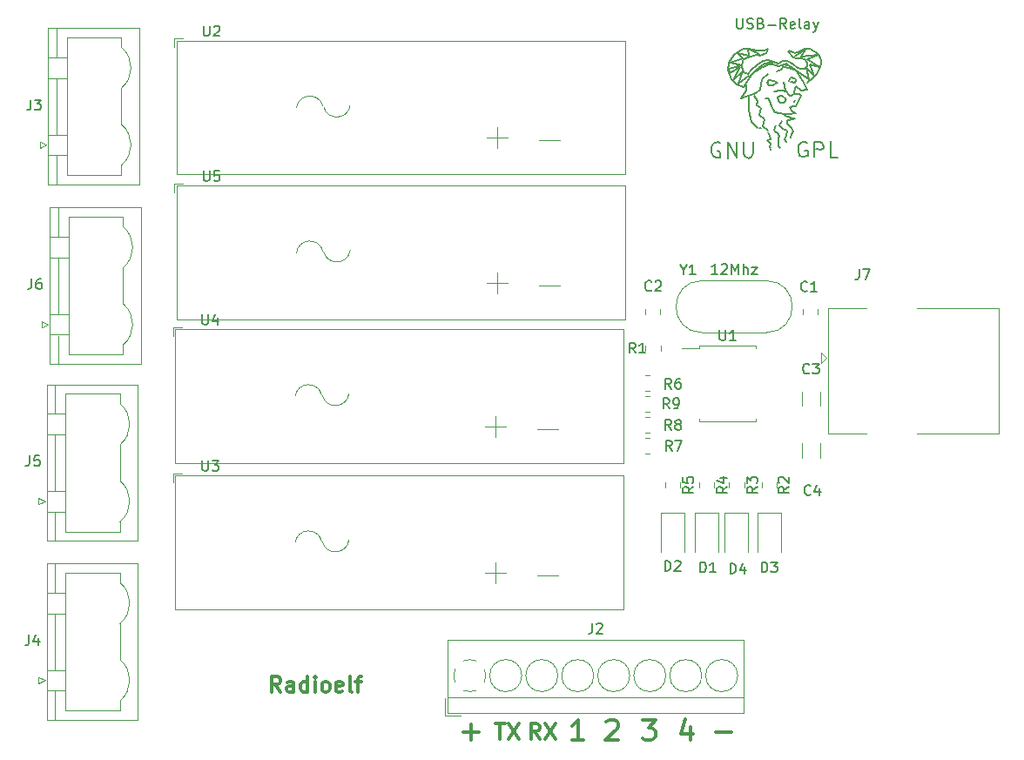
<source format=gbr>
%TF.GenerationSoftware,KiCad,Pcbnew,6.99.0-unknown-08a8a20794~162~ubuntu22.04.1*%
%TF.CreationDate,2022-12-21T10:25:03+01:00*%
%TF.ProjectId,usb_relay,7573625f-7265-46c6-9179-2e6b69636164,rev?*%
%TF.SameCoordinates,Original*%
%TF.FileFunction,Legend,Top*%
%TF.FilePolarity,Positive*%
%FSLAX46Y46*%
G04 Gerber Fmt 4.6, Leading zero omitted, Abs format (unit mm)*
G04 Created by KiCad (PCBNEW 6.99.0-unknown-08a8a20794~162~ubuntu22.04.1) date 2022-12-21 10:25:03*
%MOMM*%
%LPD*%
G01*
G04 APERTURE LIST*
%ADD10C,0.300000*%
%ADD11C,0.150000*%
%ADD12C,0.120000*%
G04 APERTURE END LIST*
D10*
X177638057Y-125427571D02*
X178495200Y-125427571D01*
X178066628Y-126927571D02*
X178066628Y-125427571D01*
X178852342Y-125427571D02*
X179852342Y-126927571D01*
X179852342Y-125427571D02*
X178852342Y-126927571D01*
X191903314Y-125072761D02*
X193141409Y-125072761D01*
X193141409Y-125072761D02*
X192474742Y-125834666D01*
X192474742Y-125834666D02*
X192760457Y-125834666D01*
X192760457Y-125834666D02*
X192950933Y-125929904D01*
X192950933Y-125929904D02*
X193046171Y-126025142D01*
X193046171Y-126025142D02*
X193141409Y-126215619D01*
X193141409Y-126215619D02*
X193141409Y-126691809D01*
X193141409Y-126691809D02*
X193046171Y-126882285D01*
X193046171Y-126882285D02*
X192950933Y-126977523D01*
X192950933Y-126977523D02*
X192760457Y-127072761D01*
X192760457Y-127072761D02*
X192189028Y-127072761D01*
X192189028Y-127072761D02*
X191998552Y-126977523D01*
X191998552Y-126977523D02*
X191903314Y-126882285D01*
X156713085Y-122355571D02*
X156213085Y-121641285D01*
X155855942Y-122355571D02*
X155855942Y-120855571D01*
X155855942Y-120855571D02*
X156427371Y-120855571D01*
X156427371Y-120855571D02*
X156570228Y-120927000D01*
X156570228Y-120927000D02*
X156641657Y-120998428D01*
X156641657Y-120998428D02*
X156713085Y-121141285D01*
X156713085Y-121141285D02*
X156713085Y-121355571D01*
X156713085Y-121355571D02*
X156641657Y-121498428D01*
X156641657Y-121498428D02*
X156570228Y-121569857D01*
X156570228Y-121569857D02*
X156427371Y-121641285D01*
X156427371Y-121641285D02*
X155855942Y-121641285D01*
X157998800Y-122355571D02*
X157998800Y-121569857D01*
X157998800Y-121569857D02*
X157927371Y-121427000D01*
X157927371Y-121427000D02*
X157784514Y-121355571D01*
X157784514Y-121355571D02*
X157498800Y-121355571D01*
X157498800Y-121355571D02*
X157355942Y-121427000D01*
X157998800Y-122284142D02*
X157855942Y-122355571D01*
X157855942Y-122355571D02*
X157498800Y-122355571D01*
X157498800Y-122355571D02*
X157355942Y-122284142D01*
X157355942Y-122284142D02*
X157284514Y-122141285D01*
X157284514Y-122141285D02*
X157284514Y-121998428D01*
X157284514Y-121998428D02*
X157355942Y-121855571D01*
X157355942Y-121855571D02*
X157498800Y-121784142D01*
X157498800Y-121784142D02*
X157855942Y-121784142D01*
X157855942Y-121784142D02*
X157998800Y-121712714D01*
X159355943Y-122355571D02*
X159355943Y-120855571D01*
X159355943Y-122284142D02*
X159213085Y-122355571D01*
X159213085Y-122355571D02*
X158927371Y-122355571D01*
X158927371Y-122355571D02*
X158784514Y-122284142D01*
X158784514Y-122284142D02*
X158713085Y-122212714D01*
X158713085Y-122212714D02*
X158641657Y-122069857D01*
X158641657Y-122069857D02*
X158641657Y-121641285D01*
X158641657Y-121641285D02*
X158713085Y-121498428D01*
X158713085Y-121498428D02*
X158784514Y-121427000D01*
X158784514Y-121427000D02*
X158927371Y-121355571D01*
X158927371Y-121355571D02*
X159213085Y-121355571D01*
X159213085Y-121355571D02*
X159355943Y-121427000D01*
X160070228Y-122355571D02*
X160070228Y-121355571D01*
X160070228Y-120855571D02*
X159998800Y-120927000D01*
X159998800Y-120927000D02*
X160070228Y-120998428D01*
X160070228Y-120998428D02*
X160141657Y-120927000D01*
X160141657Y-120927000D02*
X160070228Y-120855571D01*
X160070228Y-120855571D02*
X160070228Y-120998428D01*
X160998800Y-122355571D02*
X160855943Y-122284142D01*
X160855943Y-122284142D02*
X160784514Y-122212714D01*
X160784514Y-122212714D02*
X160713086Y-122069857D01*
X160713086Y-122069857D02*
X160713086Y-121641285D01*
X160713086Y-121641285D02*
X160784514Y-121498428D01*
X160784514Y-121498428D02*
X160855943Y-121427000D01*
X160855943Y-121427000D02*
X160998800Y-121355571D01*
X160998800Y-121355571D02*
X161213086Y-121355571D01*
X161213086Y-121355571D02*
X161355943Y-121427000D01*
X161355943Y-121427000D02*
X161427372Y-121498428D01*
X161427372Y-121498428D02*
X161498800Y-121641285D01*
X161498800Y-121641285D02*
X161498800Y-122069857D01*
X161498800Y-122069857D02*
X161427372Y-122212714D01*
X161427372Y-122212714D02*
X161355943Y-122284142D01*
X161355943Y-122284142D02*
X161213086Y-122355571D01*
X161213086Y-122355571D02*
X160998800Y-122355571D01*
X162713086Y-122284142D02*
X162570229Y-122355571D01*
X162570229Y-122355571D02*
X162284515Y-122355571D01*
X162284515Y-122355571D02*
X162141657Y-122284142D01*
X162141657Y-122284142D02*
X162070229Y-122141285D01*
X162070229Y-122141285D02*
X162070229Y-121569857D01*
X162070229Y-121569857D02*
X162141657Y-121427000D01*
X162141657Y-121427000D02*
X162284515Y-121355571D01*
X162284515Y-121355571D02*
X162570229Y-121355571D01*
X162570229Y-121355571D02*
X162713086Y-121427000D01*
X162713086Y-121427000D02*
X162784515Y-121569857D01*
X162784515Y-121569857D02*
X162784515Y-121712714D01*
X162784515Y-121712714D02*
X162070229Y-121855571D01*
X163641657Y-122355571D02*
X163498800Y-122284142D01*
X163498800Y-122284142D02*
X163427371Y-122141285D01*
X163427371Y-122141285D02*
X163427371Y-120855571D01*
X163998800Y-121355571D02*
X164570228Y-121355571D01*
X164213085Y-122355571D02*
X164213085Y-121069857D01*
X164213085Y-121069857D02*
X164284514Y-120927000D01*
X164284514Y-120927000D02*
X164427371Y-120855571D01*
X164427371Y-120855571D02*
X164570228Y-120855571D01*
X199053390Y-126260057D02*
X200577200Y-126260057D01*
X181909885Y-126927571D02*
X181409885Y-126213285D01*
X181052742Y-126927571D02*
X181052742Y-125427571D01*
X181052742Y-125427571D02*
X181624171Y-125427571D01*
X181624171Y-125427571D02*
X181767028Y-125499000D01*
X181767028Y-125499000D02*
X181838457Y-125570428D01*
X181838457Y-125570428D02*
X181909885Y-125713285D01*
X181909885Y-125713285D02*
X181909885Y-125927571D01*
X181909885Y-125927571D02*
X181838457Y-126070428D01*
X181838457Y-126070428D02*
X181767028Y-126141857D01*
X181767028Y-126141857D02*
X181624171Y-126213285D01*
X181624171Y-126213285D02*
X181052742Y-126213285D01*
X182409885Y-125427571D02*
X183409885Y-126927571D01*
X183409885Y-125427571D02*
X182409885Y-126927571D01*
X196557733Y-125739428D02*
X196557733Y-127072761D01*
X196081542Y-124977523D02*
X195605352Y-126406095D01*
X195605352Y-126406095D02*
X196843447Y-126406095D01*
X188391752Y-125263238D02*
X188486990Y-125168000D01*
X188486990Y-125168000D02*
X188677466Y-125072761D01*
X188677466Y-125072761D02*
X189153657Y-125072761D01*
X189153657Y-125072761D02*
X189344133Y-125168000D01*
X189344133Y-125168000D02*
X189439371Y-125263238D01*
X189439371Y-125263238D02*
X189534609Y-125453714D01*
X189534609Y-125453714D02*
X189534609Y-125644190D01*
X189534609Y-125644190D02*
X189439371Y-125929904D01*
X189439371Y-125929904D02*
X188296514Y-127072761D01*
X188296514Y-127072761D02*
X189534609Y-127072761D01*
X186181809Y-127072761D02*
X185038952Y-127072761D01*
X185610380Y-127072761D02*
X185610380Y-125072761D01*
X185610380Y-125072761D02*
X185419904Y-125358476D01*
X185419904Y-125358476D02*
X185229428Y-125548952D01*
X185229428Y-125548952D02*
X185038952Y-125644190D01*
X174466190Y-126310857D02*
X175990000Y-126310857D01*
X175228095Y-127072761D02*
X175228095Y-125548952D01*
D11*
%TO.C,C4*%
X208240333Y-103142142D02*
X208192714Y-103189761D01*
X208192714Y-103189761D02*
X208049857Y-103237380D01*
X208049857Y-103237380D02*
X207954619Y-103237380D01*
X207954619Y-103237380D02*
X207811762Y-103189761D01*
X207811762Y-103189761D02*
X207716524Y-103094523D01*
X207716524Y-103094523D02*
X207668905Y-102999285D01*
X207668905Y-102999285D02*
X207621286Y-102808809D01*
X207621286Y-102808809D02*
X207621286Y-102665952D01*
X207621286Y-102665952D02*
X207668905Y-102475476D01*
X207668905Y-102475476D02*
X207716524Y-102380238D01*
X207716524Y-102380238D02*
X207811762Y-102285000D01*
X207811762Y-102285000D02*
X207954619Y-102237380D01*
X207954619Y-102237380D02*
X208049857Y-102237380D01*
X208049857Y-102237380D02*
X208192714Y-102285000D01*
X208192714Y-102285000D02*
X208240333Y-102332619D01*
X209097476Y-102570714D02*
X209097476Y-103237380D01*
X208859381Y-102189761D02*
X208621286Y-102904047D01*
X208621286Y-102904047D02*
X209240333Y-102904047D01*
%TO.C,J4*%
X132254666Y-116816980D02*
X132254666Y-117531266D01*
X132254666Y-117531266D02*
X132207047Y-117674123D01*
X132207047Y-117674123D02*
X132111809Y-117769361D01*
X132111809Y-117769361D02*
X131968952Y-117816980D01*
X131968952Y-117816980D02*
X131873714Y-117816980D01*
X133159428Y-117150314D02*
X133159428Y-117816980D01*
X132921333Y-116769361D02*
X132683238Y-117483647D01*
X132683238Y-117483647D02*
X133302285Y-117483647D01*
%TO.C,J7*%
X212975866Y-81256980D02*
X212975866Y-81971266D01*
X212975866Y-81971266D02*
X212928247Y-82114123D01*
X212928247Y-82114123D02*
X212833009Y-82209361D01*
X212833009Y-82209361D02*
X212690152Y-82256980D01*
X212690152Y-82256980D02*
X212594914Y-82256980D01*
X213356819Y-81256980D02*
X214023485Y-81256980D01*
X214023485Y-81256980D02*
X213594914Y-82256980D01*
%TO.C,USB-Relay*%
X201073238Y-56867900D02*
X201073238Y-57677424D01*
X201073238Y-57677424D02*
X201120857Y-57772662D01*
X201120857Y-57772662D02*
X201168476Y-57820281D01*
X201168476Y-57820281D02*
X201263714Y-57867900D01*
X201263714Y-57867900D02*
X201454190Y-57867900D01*
X201454190Y-57867900D02*
X201549428Y-57820281D01*
X201549428Y-57820281D02*
X201597047Y-57772662D01*
X201597047Y-57772662D02*
X201644666Y-57677424D01*
X201644666Y-57677424D02*
X201644666Y-56867900D01*
X202073238Y-57820281D02*
X202216095Y-57867900D01*
X202216095Y-57867900D02*
X202454190Y-57867900D01*
X202454190Y-57867900D02*
X202549428Y-57820281D01*
X202549428Y-57820281D02*
X202597047Y-57772662D01*
X202597047Y-57772662D02*
X202644666Y-57677424D01*
X202644666Y-57677424D02*
X202644666Y-57582186D01*
X202644666Y-57582186D02*
X202597047Y-57486948D01*
X202597047Y-57486948D02*
X202549428Y-57439329D01*
X202549428Y-57439329D02*
X202454190Y-57391710D01*
X202454190Y-57391710D02*
X202263714Y-57344091D01*
X202263714Y-57344091D02*
X202168476Y-57296472D01*
X202168476Y-57296472D02*
X202120857Y-57248853D01*
X202120857Y-57248853D02*
X202073238Y-57153615D01*
X202073238Y-57153615D02*
X202073238Y-57058377D01*
X202073238Y-57058377D02*
X202120857Y-56963139D01*
X202120857Y-56963139D02*
X202168476Y-56915520D01*
X202168476Y-56915520D02*
X202263714Y-56867900D01*
X202263714Y-56867900D02*
X202501809Y-56867900D01*
X202501809Y-56867900D02*
X202644666Y-56915520D01*
X203406571Y-57344091D02*
X203549428Y-57391710D01*
X203549428Y-57391710D02*
X203597047Y-57439329D01*
X203597047Y-57439329D02*
X203644666Y-57534567D01*
X203644666Y-57534567D02*
X203644666Y-57677424D01*
X203644666Y-57677424D02*
X203597047Y-57772662D01*
X203597047Y-57772662D02*
X203549428Y-57820281D01*
X203549428Y-57820281D02*
X203454190Y-57867900D01*
X203454190Y-57867900D02*
X203073238Y-57867900D01*
X203073238Y-57867900D02*
X203073238Y-56867900D01*
X203073238Y-56867900D02*
X203406571Y-56867900D01*
X203406571Y-56867900D02*
X203501809Y-56915520D01*
X203501809Y-56915520D02*
X203549428Y-56963139D01*
X203549428Y-56963139D02*
X203597047Y-57058377D01*
X203597047Y-57058377D02*
X203597047Y-57153615D01*
X203597047Y-57153615D02*
X203549428Y-57248853D01*
X203549428Y-57248853D02*
X203501809Y-57296472D01*
X203501809Y-57296472D02*
X203406571Y-57344091D01*
X203406571Y-57344091D02*
X203073238Y-57344091D01*
X204073238Y-57486948D02*
X204835143Y-57486948D01*
X205882761Y-57867900D02*
X205549428Y-57391710D01*
X205311333Y-57867900D02*
X205311333Y-56867900D01*
X205311333Y-56867900D02*
X205692285Y-56867900D01*
X205692285Y-56867900D02*
X205787523Y-56915520D01*
X205787523Y-56915520D02*
X205835142Y-56963139D01*
X205835142Y-56963139D02*
X205882761Y-57058377D01*
X205882761Y-57058377D02*
X205882761Y-57201234D01*
X205882761Y-57201234D02*
X205835142Y-57296472D01*
X205835142Y-57296472D02*
X205787523Y-57344091D01*
X205787523Y-57344091D02*
X205692285Y-57391710D01*
X205692285Y-57391710D02*
X205311333Y-57391710D01*
X206692285Y-57820281D02*
X206597047Y-57867900D01*
X206597047Y-57867900D02*
X206406571Y-57867900D01*
X206406571Y-57867900D02*
X206311333Y-57820281D01*
X206311333Y-57820281D02*
X206263714Y-57725043D01*
X206263714Y-57725043D02*
X206263714Y-57344091D01*
X206263714Y-57344091D02*
X206311333Y-57248853D01*
X206311333Y-57248853D02*
X206406571Y-57201234D01*
X206406571Y-57201234D02*
X206597047Y-57201234D01*
X206597047Y-57201234D02*
X206692285Y-57248853D01*
X206692285Y-57248853D02*
X206739904Y-57344091D01*
X206739904Y-57344091D02*
X206739904Y-57439329D01*
X206739904Y-57439329D02*
X206263714Y-57534567D01*
X207311333Y-57867900D02*
X207216095Y-57820281D01*
X207216095Y-57820281D02*
X207168476Y-57725043D01*
X207168476Y-57725043D02*
X207168476Y-56867900D01*
X208120857Y-57867900D02*
X208120857Y-57344091D01*
X208120857Y-57344091D02*
X208073238Y-57248853D01*
X208073238Y-57248853D02*
X207978000Y-57201234D01*
X207978000Y-57201234D02*
X207787524Y-57201234D01*
X207787524Y-57201234D02*
X207692286Y-57248853D01*
X208120857Y-57820281D02*
X208025619Y-57867900D01*
X208025619Y-57867900D02*
X207787524Y-57867900D01*
X207787524Y-57867900D02*
X207692286Y-57820281D01*
X207692286Y-57820281D02*
X207644667Y-57725043D01*
X207644667Y-57725043D02*
X207644667Y-57629805D01*
X207644667Y-57629805D02*
X207692286Y-57534567D01*
X207692286Y-57534567D02*
X207787524Y-57486948D01*
X207787524Y-57486948D02*
X208025619Y-57486948D01*
X208025619Y-57486948D02*
X208120857Y-57439329D01*
X208501810Y-57201234D02*
X208739905Y-57867900D01*
X208978000Y-57201234D02*
X208739905Y-57867900D01*
X208739905Y-57867900D02*
X208644667Y-58105996D01*
X208644667Y-58105996D02*
X208597048Y-58153615D01*
X208597048Y-58153615D02*
X208501810Y-58201234D01*
%TO.C,R6*%
X194702133Y-92874180D02*
X194368800Y-92397990D01*
X194130705Y-92874180D02*
X194130705Y-91874180D01*
X194130705Y-91874180D02*
X194511657Y-91874180D01*
X194511657Y-91874180D02*
X194606895Y-91921800D01*
X194606895Y-91921800D02*
X194654514Y-91969419D01*
X194654514Y-91969419D02*
X194702133Y-92064657D01*
X194702133Y-92064657D02*
X194702133Y-92207514D01*
X194702133Y-92207514D02*
X194654514Y-92302752D01*
X194654514Y-92302752D02*
X194606895Y-92350371D01*
X194606895Y-92350371D02*
X194511657Y-92397990D01*
X194511657Y-92397990D02*
X194130705Y-92397990D01*
X195559276Y-91874180D02*
X195368800Y-91874180D01*
X195368800Y-91874180D02*
X195273562Y-91921800D01*
X195273562Y-91921800D02*
X195225943Y-91969419D01*
X195225943Y-91969419D02*
X195130705Y-92112276D01*
X195130705Y-92112276D02*
X195083086Y-92302752D01*
X195083086Y-92302752D02*
X195083086Y-92683704D01*
X195083086Y-92683704D02*
X195130705Y-92778942D01*
X195130705Y-92778942D02*
X195178324Y-92826561D01*
X195178324Y-92826561D02*
X195273562Y-92874180D01*
X195273562Y-92874180D02*
X195464038Y-92874180D01*
X195464038Y-92874180D02*
X195559276Y-92826561D01*
X195559276Y-92826561D02*
X195606895Y-92778942D01*
X195606895Y-92778942D02*
X195654514Y-92683704D01*
X195654514Y-92683704D02*
X195654514Y-92445609D01*
X195654514Y-92445609D02*
X195606895Y-92350371D01*
X195606895Y-92350371D02*
X195559276Y-92302752D01*
X195559276Y-92302752D02*
X195464038Y-92255133D01*
X195464038Y-92255133D02*
X195273562Y-92255133D01*
X195273562Y-92255133D02*
X195178324Y-92302752D01*
X195178324Y-92302752D02*
X195130705Y-92350371D01*
X195130705Y-92350371D02*
X195083086Y-92445609D01*
%TO.C,R1*%
X191222333Y-89394380D02*
X190889000Y-88918190D01*
X190650905Y-89394380D02*
X190650905Y-88394380D01*
X190650905Y-88394380D02*
X191031857Y-88394380D01*
X191031857Y-88394380D02*
X191127095Y-88442000D01*
X191127095Y-88442000D02*
X191174714Y-88489619D01*
X191174714Y-88489619D02*
X191222333Y-88584857D01*
X191222333Y-88584857D02*
X191222333Y-88727714D01*
X191222333Y-88727714D02*
X191174714Y-88822952D01*
X191174714Y-88822952D02*
X191127095Y-88870571D01*
X191127095Y-88870571D02*
X191031857Y-88918190D01*
X191031857Y-88918190D02*
X190650905Y-88918190D01*
X192174714Y-89394380D02*
X191603286Y-89394380D01*
X191889000Y-89394380D02*
X191889000Y-88394380D01*
X191889000Y-88394380D02*
X191793762Y-88537238D01*
X191793762Y-88537238D02*
X191698524Y-88632476D01*
X191698524Y-88632476D02*
X191603286Y-88680095D01*
%TO.C,R8*%
X194702133Y-96887380D02*
X194368800Y-96411190D01*
X194130705Y-96887380D02*
X194130705Y-95887380D01*
X194130705Y-95887380D02*
X194511657Y-95887380D01*
X194511657Y-95887380D02*
X194606895Y-95935000D01*
X194606895Y-95935000D02*
X194654514Y-95982619D01*
X194654514Y-95982619D02*
X194702133Y-96077857D01*
X194702133Y-96077857D02*
X194702133Y-96220714D01*
X194702133Y-96220714D02*
X194654514Y-96315952D01*
X194654514Y-96315952D02*
X194606895Y-96363571D01*
X194606895Y-96363571D02*
X194511657Y-96411190D01*
X194511657Y-96411190D02*
X194130705Y-96411190D01*
X195273562Y-96315952D02*
X195178324Y-96268333D01*
X195178324Y-96268333D02*
X195130705Y-96220714D01*
X195130705Y-96220714D02*
X195083086Y-96125476D01*
X195083086Y-96125476D02*
X195083086Y-96077857D01*
X195083086Y-96077857D02*
X195130705Y-95982619D01*
X195130705Y-95982619D02*
X195178324Y-95935000D01*
X195178324Y-95935000D02*
X195273562Y-95887380D01*
X195273562Y-95887380D02*
X195464038Y-95887380D01*
X195464038Y-95887380D02*
X195559276Y-95935000D01*
X195559276Y-95935000D02*
X195606895Y-95982619D01*
X195606895Y-95982619D02*
X195654514Y-96077857D01*
X195654514Y-96077857D02*
X195654514Y-96125476D01*
X195654514Y-96125476D02*
X195606895Y-96220714D01*
X195606895Y-96220714D02*
X195559276Y-96268333D01*
X195559276Y-96268333D02*
X195464038Y-96315952D01*
X195464038Y-96315952D02*
X195273562Y-96315952D01*
X195273562Y-96315952D02*
X195178324Y-96363571D01*
X195178324Y-96363571D02*
X195130705Y-96411190D01*
X195130705Y-96411190D02*
X195083086Y-96506428D01*
X195083086Y-96506428D02*
X195083086Y-96696904D01*
X195083086Y-96696904D02*
X195130705Y-96792142D01*
X195130705Y-96792142D02*
X195178324Y-96839761D01*
X195178324Y-96839761D02*
X195273562Y-96887380D01*
X195273562Y-96887380D02*
X195464038Y-96887380D01*
X195464038Y-96887380D02*
X195559276Y-96839761D01*
X195559276Y-96839761D02*
X195606895Y-96792142D01*
X195606895Y-96792142D02*
X195654514Y-96696904D01*
X195654514Y-96696904D02*
X195654514Y-96506428D01*
X195654514Y-96506428D02*
X195606895Y-96411190D01*
X195606895Y-96411190D02*
X195559276Y-96363571D01*
X195559276Y-96363571D02*
X195464038Y-96315952D01*
%TO.C,U5*%
X149221595Y-71673880D02*
X149221595Y-72483404D01*
X149221595Y-72483404D02*
X149269214Y-72578642D01*
X149269214Y-72578642D02*
X149316833Y-72626261D01*
X149316833Y-72626261D02*
X149412071Y-72673880D01*
X149412071Y-72673880D02*
X149602547Y-72673880D01*
X149602547Y-72673880D02*
X149697785Y-72626261D01*
X149697785Y-72626261D02*
X149745404Y-72578642D01*
X149745404Y-72578642D02*
X149793023Y-72483404D01*
X149793023Y-72483404D02*
X149793023Y-71673880D01*
X150745404Y-71673880D02*
X150269214Y-71673880D01*
X150269214Y-71673880D02*
X150221595Y-72150071D01*
X150221595Y-72150071D02*
X150269214Y-72102452D01*
X150269214Y-72102452D02*
X150364452Y-72054833D01*
X150364452Y-72054833D02*
X150602547Y-72054833D01*
X150602547Y-72054833D02*
X150697785Y-72102452D01*
X150697785Y-72102452D02*
X150745404Y-72150071D01*
X150745404Y-72150071D02*
X150793023Y-72245309D01*
X150793023Y-72245309D02*
X150793023Y-72483404D01*
X150793023Y-72483404D02*
X150745404Y-72578642D01*
X150745404Y-72578642D02*
X150697785Y-72626261D01*
X150697785Y-72626261D02*
X150602547Y-72673880D01*
X150602547Y-72673880D02*
X150364452Y-72673880D01*
X150364452Y-72673880D02*
X150269214Y-72626261D01*
X150269214Y-72626261D02*
X150221595Y-72578642D01*
%TO.C,C2*%
X192771733Y-83279342D02*
X192724114Y-83326961D01*
X192724114Y-83326961D02*
X192581257Y-83374580D01*
X192581257Y-83374580D02*
X192486019Y-83374580D01*
X192486019Y-83374580D02*
X192343162Y-83326961D01*
X192343162Y-83326961D02*
X192247924Y-83231723D01*
X192247924Y-83231723D02*
X192200305Y-83136485D01*
X192200305Y-83136485D02*
X192152686Y-82946009D01*
X192152686Y-82946009D02*
X192152686Y-82803152D01*
X192152686Y-82803152D02*
X192200305Y-82612676D01*
X192200305Y-82612676D02*
X192247924Y-82517438D01*
X192247924Y-82517438D02*
X192343162Y-82422200D01*
X192343162Y-82422200D02*
X192486019Y-82374580D01*
X192486019Y-82374580D02*
X192581257Y-82374580D01*
X192581257Y-82374580D02*
X192724114Y-82422200D01*
X192724114Y-82422200D02*
X192771733Y-82469819D01*
X193152686Y-82469819D02*
X193200305Y-82422200D01*
X193200305Y-82422200D02*
X193295543Y-82374580D01*
X193295543Y-82374580D02*
X193533638Y-82374580D01*
X193533638Y-82374580D02*
X193628876Y-82422200D01*
X193628876Y-82422200D02*
X193676495Y-82469819D01*
X193676495Y-82469819D02*
X193724114Y-82565057D01*
X193724114Y-82565057D02*
X193724114Y-82660295D01*
X193724114Y-82660295D02*
X193676495Y-82803152D01*
X193676495Y-82803152D02*
X193105067Y-83374580D01*
X193105067Y-83374580D02*
X193724114Y-83374580D01*
%TO.C,C1*%
X207910133Y-83330142D02*
X207862514Y-83377761D01*
X207862514Y-83377761D02*
X207719657Y-83425380D01*
X207719657Y-83425380D02*
X207624419Y-83425380D01*
X207624419Y-83425380D02*
X207481562Y-83377761D01*
X207481562Y-83377761D02*
X207386324Y-83282523D01*
X207386324Y-83282523D02*
X207338705Y-83187285D01*
X207338705Y-83187285D02*
X207291086Y-82996809D01*
X207291086Y-82996809D02*
X207291086Y-82853952D01*
X207291086Y-82853952D02*
X207338705Y-82663476D01*
X207338705Y-82663476D02*
X207386324Y-82568238D01*
X207386324Y-82568238D02*
X207481562Y-82473000D01*
X207481562Y-82473000D02*
X207624419Y-82425380D01*
X207624419Y-82425380D02*
X207719657Y-82425380D01*
X207719657Y-82425380D02*
X207862514Y-82473000D01*
X207862514Y-82473000D02*
X207910133Y-82520619D01*
X208862514Y-83425380D02*
X208291086Y-83425380D01*
X208576800Y-83425380D02*
X208576800Y-82425380D01*
X208576800Y-82425380D02*
X208481562Y-82568238D01*
X208481562Y-82568238D02*
X208386324Y-82663476D01*
X208386324Y-82663476D02*
X208291086Y-82711095D01*
%TO.C,D4*%
X200429905Y-110857380D02*
X200429905Y-109857380D01*
X200429905Y-109857380D02*
X200668000Y-109857380D01*
X200668000Y-109857380D02*
X200810857Y-109905000D01*
X200810857Y-109905000D02*
X200906095Y-110000238D01*
X200906095Y-110000238D02*
X200953714Y-110095476D01*
X200953714Y-110095476D02*
X201001333Y-110285952D01*
X201001333Y-110285952D02*
X201001333Y-110428809D01*
X201001333Y-110428809D02*
X200953714Y-110619285D01*
X200953714Y-110619285D02*
X200906095Y-110714523D01*
X200906095Y-110714523D02*
X200810857Y-110809761D01*
X200810857Y-110809761D02*
X200668000Y-110857380D01*
X200668000Y-110857380D02*
X200429905Y-110857380D01*
X201858476Y-110190714D02*
X201858476Y-110857380D01*
X201620381Y-109809761D02*
X201382286Y-110524047D01*
X201382286Y-110524047D02*
X202001333Y-110524047D01*
%TO.C,D2*%
X194079905Y-110603380D02*
X194079905Y-109603380D01*
X194079905Y-109603380D02*
X194318000Y-109603380D01*
X194318000Y-109603380D02*
X194460857Y-109651000D01*
X194460857Y-109651000D02*
X194556095Y-109746238D01*
X194556095Y-109746238D02*
X194603714Y-109841476D01*
X194603714Y-109841476D02*
X194651333Y-110031952D01*
X194651333Y-110031952D02*
X194651333Y-110174809D01*
X194651333Y-110174809D02*
X194603714Y-110365285D01*
X194603714Y-110365285D02*
X194556095Y-110460523D01*
X194556095Y-110460523D02*
X194460857Y-110555761D01*
X194460857Y-110555761D02*
X194318000Y-110603380D01*
X194318000Y-110603380D02*
X194079905Y-110603380D01*
X195032286Y-109698619D02*
X195079905Y-109651000D01*
X195079905Y-109651000D02*
X195175143Y-109603380D01*
X195175143Y-109603380D02*
X195413238Y-109603380D01*
X195413238Y-109603380D02*
X195508476Y-109651000D01*
X195508476Y-109651000D02*
X195556095Y-109698619D01*
X195556095Y-109698619D02*
X195603714Y-109793857D01*
X195603714Y-109793857D02*
X195603714Y-109889095D01*
X195603714Y-109889095D02*
X195556095Y-110031952D01*
X195556095Y-110031952D02*
X194984667Y-110603380D01*
X194984667Y-110603380D02*
X195603714Y-110603380D01*
%TO.C,D3*%
X203477905Y-110730380D02*
X203477905Y-109730380D01*
X203477905Y-109730380D02*
X203716000Y-109730380D01*
X203716000Y-109730380D02*
X203858857Y-109778000D01*
X203858857Y-109778000D02*
X203954095Y-109873238D01*
X203954095Y-109873238D02*
X204001714Y-109968476D01*
X204001714Y-109968476D02*
X204049333Y-110158952D01*
X204049333Y-110158952D02*
X204049333Y-110301809D01*
X204049333Y-110301809D02*
X204001714Y-110492285D01*
X204001714Y-110492285D02*
X203954095Y-110587523D01*
X203954095Y-110587523D02*
X203858857Y-110682761D01*
X203858857Y-110682761D02*
X203716000Y-110730380D01*
X203716000Y-110730380D02*
X203477905Y-110730380D01*
X204382667Y-109730380D02*
X205001714Y-109730380D01*
X205001714Y-109730380D02*
X204668381Y-110111333D01*
X204668381Y-110111333D02*
X204811238Y-110111333D01*
X204811238Y-110111333D02*
X204906476Y-110158952D01*
X204906476Y-110158952D02*
X204954095Y-110206571D01*
X204954095Y-110206571D02*
X205001714Y-110301809D01*
X205001714Y-110301809D02*
X205001714Y-110539904D01*
X205001714Y-110539904D02*
X204954095Y-110635142D01*
X204954095Y-110635142D02*
X204906476Y-110682761D01*
X204906476Y-110682761D02*
X204811238Y-110730380D01*
X204811238Y-110730380D02*
X204525524Y-110730380D01*
X204525524Y-110730380D02*
X204430286Y-110682761D01*
X204430286Y-110682761D02*
X204382667Y-110635142D01*
%TO.C,R4*%
X200137380Y-102401666D02*
X199661190Y-102734999D01*
X200137380Y-102973094D02*
X199137380Y-102973094D01*
X199137380Y-102973094D02*
X199137380Y-102592142D01*
X199137380Y-102592142D02*
X199185000Y-102496904D01*
X199185000Y-102496904D02*
X199232619Y-102449285D01*
X199232619Y-102449285D02*
X199327857Y-102401666D01*
X199327857Y-102401666D02*
X199470714Y-102401666D01*
X199470714Y-102401666D02*
X199565952Y-102449285D01*
X199565952Y-102449285D02*
X199613571Y-102496904D01*
X199613571Y-102496904D02*
X199661190Y-102592142D01*
X199661190Y-102592142D02*
X199661190Y-102973094D01*
X199470714Y-101544523D02*
X200137380Y-101544523D01*
X199089761Y-101782618D02*
X199804047Y-102020713D01*
X199804047Y-102020713D02*
X199804047Y-101401666D01*
%TO.C,R2*%
X206107380Y-102401666D02*
X205631190Y-102734999D01*
X206107380Y-102973094D02*
X205107380Y-102973094D01*
X205107380Y-102973094D02*
X205107380Y-102592142D01*
X205107380Y-102592142D02*
X205155000Y-102496904D01*
X205155000Y-102496904D02*
X205202619Y-102449285D01*
X205202619Y-102449285D02*
X205297857Y-102401666D01*
X205297857Y-102401666D02*
X205440714Y-102401666D01*
X205440714Y-102401666D02*
X205535952Y-102449285D01*
X205535952Y-102449285D02*
X205583571Y-102496904D01*
X205583571Y-102496904D02*
X205631190Y-102592142D01*
X205631190Y-102592142D02*
X205631190Y-102973094D01*
X205202619Y-102020713D02*
X205155000Y-101973094D01*
X205155000Y-101973094D02*
X205107380Y-101877856D01*
X205107380Y-101877856D02*
X205107380Y-101639761D01*
X205107380Y-101639761D02*
X205155000Y-101544523D01*
X205155000Y-101544523D02*
X205202619Y-101496904D01*
X205202619Y-101496904D02*
X205297857Y-101449285D01*
X205297857Y-101449285D02*
X205393095Y-101449285D01*
X205393095Y-101449285D02*
X205535952Y-101496904D01*
X205535952Y-101496904D02*
X206107380Y-102068332D01*
X206107380Y-102068332D02*
X206107380Y-101449285D01*
%TO.C,U4*%
X149094595Y-85643880D02*
X149094595Y-86453404D01*
X149094595Y-86453404D02*
X149142214Y-86548642D01*
X149142214Y-86548642D02*
X149189833Y-86596261D01*
X149189833Y-86596261D02*
X149285071Y-86643880D01*
X149285071Y-86643880D02*
X149475547Y-86643880D01*
X149475547Y-86643880D02*
X149570785Y-86596261D01*
X149570785Y-86596261D02*
X149618404Y-86548642D01*
X149618404Y-86548642D02*
X149666023Y-86453404D01*
X149666023Y-86453404D02*
X149666023Y-85643880D01*
X150570785Y-85977214D02*
X150570785Y-86643880D01*
X150332690Y-85596261D02*
X150094595Y-86310547D01*
X150094595Y-86310547D02*
X150713642Y-86310547D01*
%TO.C,U2*%
X149221595Y-57576880D02*
X149221595Y-58386404D01*
X149221595Y-58386404D02*
X149269214Y-58481642D01*
X149269214Y-58481642D02*
X149316833Y-58529261D01*
X149316833Y-58529261D02*
X149412071Y-58576880D01*
X149412071Y-58576880D02*
X149602547Y-58576880D01*
X149602547Y-58576880D02*
X149697785Y-58529261D01*
X149697785Y-58529261D02*
X149745404Y-58481642D01*
X149745404Y-58481642D02*
X149793023Y-58386404D01*
X149793023Y-58386404D02*
X149793023Y-57576880D01*
X150221595Y-57672119D02*
X150269214Y-57624500D01*
X150269214Y-57624500D02*
X150364452Y-57576880D01*
X150364452Y-57576880D02*
X150602547Y-57576880D01*
X150602547Y-57576880D02*
X150697785Y-57624500D01*
X150697785Y-57624500D02*
X150745404Y-57672119D01*
X150745404Y-57672119D02*
X150793023Y-57767357D01*
X150793023Y-57767357D02*
X150793023Y-57862595D01*
X150793023Y-57862595D02*
X150745404Y-58005452D01*
X150745404Y-58005452D02*
X150173976Y-58576880D01*
X150173976Y-58576880D02*
X150793023Y-58576880D01*
%TO.C,J5*%
X132305466Y-99392580D02*
X132305466Y-100106866D01*
X132305466Y-100106866D02*
X132257847Y-100249723D01*
X132257847Y-100249723D02*
X132162609Y-100344961D01*
X132162609Y-100344961D02*
X132019752Y-100392580D01*
X132019752Y-100392580D02*
X131924514Y-100392580D01*
X133257847Y-99392580D02*
X132781657Y-99392580D01*
X132781657Y-99392580D02*
X132734038Y-99868771D01*
X132734038Y-99868771D02*
X132781657Y-99821152D01*
X132781657Y-99821152D02*
X132876895Y-99773533D01*
X132876895Y-99773533D02*
X133114990Y-99773533D01*
X133114990Y-99773533D02*
X133210228Y-99821152D01*
X133210228Y-99821152D02*
X133257847Y-99868771D01*
X133257847Y-99868771D02*
X133305466Y-99964009D01*
X133305466Y-99964009D02*
X133305466Y-100202104D01*
X133305466Y-100202104D02*
X133257847Y-100297342D01*
X133257847Y-100297342D02*
X133210228Y-100344961D01*
X133210228Y-100344961D02*
X133114990Y-100392580D01*
X133114990Y-100392580D02*
X132876895Y-100392580D01*
X132876895Y-100392580D02*
X132781657Y-100344961D01*
X132781657Y-100344961D02*
X132734038Y-100297342D01*
%TO.C,J6*%
X132508666Y-82171380D02*
X132508666Y-82885666D01*
X132508666Y-82885666D02*
X132461047Y-83028523D01*
X132461047Y-83028523D02*
X132365809Y-83123761D01*
X132365809Y-83123761D02*
X132222952Y-83171380D01*
X132222952Y-83171380D02*
X132127714Y-83171380D01*
X133413428Y-82171380D02*
X133222952Y-82171380D01*
X133222952Y-82171380D02*
X133127714Y-82219000D01*
X133127714Y-82219000D02*
X133080095Y-82266619D01*
X133080095Y-82266619D02*
X132984857Y-82409476D01*
X132984857Y-82409476D02*
X132937238Y-82599952D01*
X132937238Y-82599952D02*
X132937238Y-82980904D01*
X132937238Y-82980904D02*
X132984857Y-83076142D01*
X132984857Y-83076142D02*
X133032476Y-83123761D01*
X133032476Y-83123761D02*
X133127714Y-83171380D01*
X133127714Y-83171380D02*
X133318190Y-83171380D01*
X133318190Y-83171380D02*
X133413428Y-83123761D01*
X133413428Y-83123761D02*
X133461047Y-83076142D01*
X133461047Y-83076142D02*
X133508666Y-82980904D01*
X133508666Y-82980904D02*
X133508666Y-82742809D01*
X133508666Y-82742809D02*
X133461047Y-82647571D01*
X133461047Y-82647571D02*
X133413428Y-82599952D01*
X133413428Y-82599952D02*
X133318190Y-82552333D01*
X133318190Y-82552333D02*
X133127714Y-82552333D01*
X133127714Y-82552333D02*
X133032476Y-82599952D01*
X133032476Y-82599952D02*
X132984857Y-82647571D01*
X132984857Y-82647571D02*
X132937238Y-82742809D01*
%TO.C,U3*%
X149094595Y-99867880D02*
X149094595Y-100677404D01*
X149094595Y-100677404D02*
X149142214Y-100772642D01*
X149142214Y-100772642D02*
X149189833Y-100820261D01*
X149189833Y-100820261D02*
X149285071Y-100867880D01*
X149285071Y-100867880D02*
X149475547Y-100867880D01*
X149475547Y-100867880D02*
X149570785Y-100820261D01*
X149570785Y-100820261D02*
X149618404Y-100772642D01*
X149618404Y-100772642D02*
X149666023Y-100677404D01*
X149666023Y-100677404D02*
X149666023Y-99867880D01*
X150046976Y-99867880D02*
X150666023Y-99867880D01*
X150666023Y-99867880D02*
X150332690Y-100248833D01*
X150332690Y-100248833D02*
X150475547Y-100248833D01*
X150475547Y-100248833D02*
X150570785Y-100296452D01*
X150570785Y-100296452D02*
X150618404Y-100344071D01*
X150618404Y-100344071D02*
X150666023Y-100439309D01*
X150666023Y-100439309D02*
X150666023Y-100677404D01*
X150666023Y-100677404D02*
X150618404Y-100772642D01*
X150618404Y-100772642D02*
X150570785Y-100820261D01*
X150570785Y-100820261D02*
X150475547Y-100867880D01*
X150475547Y-100867880D02*
X150189833Y-100867880D01*
X150189833Y-100867880D02*
X150094595Y-100820261D01*
X150094595Y-100820261D02*
X150046976Y-100772642D01*
%TO.C,C3*%
X208113333Y-91331142D02*
X208065714Y-91378761D01*
X208065714Y-91378761D02*
X207922857Y-91426380D01*
X207922857Y-91426380D02*
X207827619Y-91426380D01*
X207827619Y-91426380D02*
X207684762Y-91378761D01*
X207684762Y-91378761D02*
X207589524Y-91283523D01*
X207589524Y-91283523D02*
X207541905Y-91188285D01*
X207541905Y-91188285D02*
X207494286Y-90997809D01*
X207494286Y-90997809D02*
X207494286Y-90854952D01*
X207494286Y-90854952D02*
X207541905Y-90664476D01*
X207541905Y-90664476D02*
X207589524Y-90569238D01*
X207589524Y-90569238D02*
X207684762Y-90474000D01*
X207684762Y-90474000D02*
X207827619Y-90426380D01*
X207827619Y-90426380D02*
X207922857Y-90426380D01*
X207922857Y-90426380D02*
X208065714Y-90474000D01*
X208065714Y-90474000D02*
X208113333Y-90521619D01*
X208446667Y-90426380D02*
X209065714Y-90426380D01*
X209065714Y-90426380D02*
X208732381Y-90807333D01*
X208732381Y-90807333D02*
X208875238Y-90807333D01*
X208875238Y-90807333D02*
X208970476Y-90854952D01*
X208970476Y-90854952D02*
X209018095Y-90902571D01*
X209018095Y-90902571D02*
X209065714Y-90997809D01*
X209065714Y-90997809D02*
X209065714Y-91235904D01*
X209065714Y-91235904D02*
X209018095Y-91331142D01*
X209018095Y-91331142D02*
X208970476Y-91378761D01*
X208970476Y-91378761D02*
X208875238Y-91426380D01*
X208875238Y-91426380D02*
X208589524Y-91426380D01*
X208589524Y-91426380D02*
X208494286Y-91378761D01*
X208494286Y-91378761D02*
X208446667Y-91331142D01*
%TO.C,U1*%
X199390095Y-87171780D02*
X199390095Y-87981304D01*
X199390095Y-87981304D02*
X199437714Y-88076542D01*
X199437714Y-88076542D02*
X199485333Y-88124161D01*
X199485333Y-88124161D02*
X199580571Y-88171780D01*
X199580571Y-88171780D02*
X199771047Y-88171780D01*
X199771047Y-88171780D02*
X199866285Y-88124161D01*
X199866285Y-88124161D02*
X199913904Y-88076542D01*
X199913904Y-88076542D02*
X199961523Y-87981304D01*
X199961523Y-87981304D02*
X199961523Y-87171780D01*
X200961523Y-88171780D02*
X200390095Y-88171780D01*
X200675809Y-88171780D02*
X200675809Y-87171780D01*
X200675809Y-87171780D02*
X200580571Y-87314638D01*
X200580571Y-87314638D02*
X200485333Y-87409876D01*
X200485333Y-87409876D02*
X200390095Y-87457495D01*
%TO.C,J2*%
X187019666Y-115684380D02*
X187019666Y-116398666D01*
X187019666Y-116398666D02*
X186972047Y-116541523D01*
X186972047Y-116541523D02*
X186876809Y-116636761D01*
X186876809Y-116636761D02*
X186733952Y-116684380D01*
X186733952Y-116684380D02*
X186638714Y-116684380D01*
X187448238Y-115779619D02*
X187495857Y-115732000D01*
X187495857Y-115732000D02*
X187591095Y-115684380D01*
X187591095Y-115684380D02*
X187829190Y-115684380D01*
X187829190Y-115684380D02*
X187924428Y-115732000D01*
X187924428Y-115732000D02*
X187972047Y-115779619D01*
X187972047Y-115779619D02*
X188019666Y-115874857D01*
X188019666Y-115874857D02*
X188019666Y-115970095D01*
X188019666Y-115970095D02*
X187972047Y-116112952D01*
X187972047Y-116112952D02*
X187400619Y-116684380D01*
X187400619Y-116684380D02*
X188019666Y-116684380D01*
%TO.C,R9*%
X194498933Y-94804580D02*
X194165600Y-94328390D01*
X193927505Y-94804580D02*
X193927505Y-93804580D01*
X193927505Y-93804580D02*
X194308457Y-93804580D01*
X194308457Y-93804580D02*
X194403695Y-93852200D01*
X194403695Y-93852200D02*
X194451314Y-93899819D01*
X194451314Y-93899819D02*
X194498933Y-93995057D01*
X194498933Y-93995057D02*
X194498933Y-94137914D01*
X194498933Y-94137914D02*
X194451314Y-94233152D01*
X194451314Y-94233152D02*
X194403695Y-94280771D01*
X194403695Y-94280771D02*
X194308457Y-94328390D01*
X194308457Y-94328390D02*
X193927505Y-94328390D01*
X194975124Y-94804580D02*
X195165600Y-94804580D01*
X195165600Y-94804580D02*
X195260838Y-94756961D01*
X195260838Y-94756961D02*
X195308457Y-94709342D01*
X195308457Y-94709342D02*
X195403695Y-94566485D01*
X195403695Y-94566485D02*
X195451314Y-94376009D01*
X195451314Y-94376009D02*
X195451314Y-93995057D01*
X195451314Y-93995057D02*
X195403695Y-93899819D01*
X195403695Y-93899819D02*
X195356076Y-93852200D01*
X195356076Y-93852200D02*
X195260838Y-93804580D01*
X195260838Y-93804580D02*
X195070362Y-93804580D01*
X195070362Y-93804580D02*
X194975124Y-93852200D01*
X194975124Y-93852200D02*
X194927505Y-93899819D01*
X194927505Y-93899819D02*
X194879886Y-93995057D01*
X194879886Y-93995057D02*
X194879886Y-94233152D01*
X194879886Y-94233152D02*
X194927505Y-94328390D01*
X194927505Y-94328390D02*
X194975124Y-94376009D01*
X194975124Y-94376009D02*
X195070362Y-94423628D01*
X195070362Y-94423628D02*
X195260838Y-94423628D01*
X195260838Y-94423628D02*
X195356076Y-94376009D01*
X195356076Y-94376009D02*
X195403695Y-94328390D01*
X195403695Y-94328390D02*
X195451314Y-94233152D01*
%TO.C,R7*%
X194752933Y-98919380D02*
X194419600Y-98443190D01*
X194181505Y-98919380D02*
X194181505Y-97919380D01*
X194181505Y-97919380D02*
X194562457Y-97919380D01*
X194562457Y-97919380D02*
X194657695Y-97967000D01*
X194657695Y-97967000D02*
X194705314Y-98014619D01*
X194705314Y-98014619D02*
X194752933Y-98109857D01*
X194752933Y-98109857D02*
X194752933Y-98252714D01*
X194752933Y-98252714D02*
X194705314Y-98347952D01*
X194705314Y-98347952D02*
X194657695Y-98395571D01*
X194657695Y-98395571D02*
X194562457Y-98443190D01*
X194562457Y-98443190D02*
X194181505Y-98443190D01*
X195086267Y-97919380D02*
X195752933Y-97919380D01*
X195752933Y-97919380D02*
X195324362Y-98919380D01*
%TO.C,R3*%
X203058380Y-102401666D02*
X202582190Y-102734999D01*
X203058380Y-102973094D02*
X202058380Y-102973094D01*
X202058380Y-102973094D02*
X202058380Y-102592142D01*
X202058380Y-102592142D02*
X202106000Y-102496904D01*
X202106000Y-102496904D02*
X202153619Y-102449285D01*
X202153619Y-102449285D02*
X202248857Y-102401666D01*
X202248857Y-102401666D02*
X202391714Y-102401666D01*
X202391714Y-102401666D02*
X202486952Y-102449285D01*
X202486952Y-102449285D02*
X202534571Y-102496904D01*
X202534571Y-102496904D02*
X202582190Y-102592142D01*
X202582190Y-102592142D02*
X202582190Y-102973094D01*
X202058380Y-102068332D02*
X202058380Y-101449285D01*
X202058380Y-101449285D02*
X202439333Y-101782618D01*
X202439333Y-101782618D02*
X202439333Y-101639761D01*
X202439333Y-101639761D02*
X202486952Y-101544523D01*
X202486952Y-101544523D02*
X202534571Y-101496904D01*
X202534571Y-101496904D02*
X202629809Y-101449285D01*
X202629809Y-101449285D02*
X202867904Y-101449285D01*
X202867904Y-101449285D02*
X202963142Y-101496904D01*
X202963142Y-101496904D02*
X203010761Y-101544523D01*
X203010761Y-101544523D02*
X203058380Y-101639761D01*
X203058380Y-101639761D02*
X203058380Y-101925475D01*
X203058380Y-101925475D02*
X203010761Y-102020713D01*
X203010761Y-102020713D02*
X202963142Y-102068332D01*
%TO.C,D1*%
X197508905Y-110730380D02*
X197508905Y-109730380D01*
X197508905Y-109730380D02*
X197747000Y-109730380D01*
X197747000Y-109730380D02*
X197889857Y-109778000D01*
X197889857Y-109778000D02*
X197985095Y-109873238D01*
X197985095Y-109873238D02*
X198032714Y-109968476D01*
X198032714Y-109968476D02*
X198080333Y-110158952D01*
X198080333Y-110158952D02*
X198080333Y-110301809D01*
X198080333Y-110301809D02*
X198032714Y-110492285D01*
X198032714Y-110492285D02*
X197985095Y-110587523D01*
X197985095Y-110587523D02*
X197889857Y-110682761D01*
X197889857Y-110682761D02*
X197747000Y-110730380D01*
X197747000Y-110730380D02*
X197508905Y-110730380D01*
X199032714Y-110730380D02*
X198461286Y-110730380D01*
X198747000Y-110730380D02*
X198747000Y-109730380D01*
X198747000Y-109730380D02*
X198651762Y-109873238D01*
X198651762Y-109873238D02*
X198556524Y-109968476D01*
X198556524Y-109968476D02*
X198461286Y-110016095D01*
%TO.C,R5*%
X196835380Y-102401666D02*
X196359190Y-102734999D01*
X196835380Y-102973094D02*
X195835380Y-102973094D01*
X195835380Y-102973094D02*
X195835380Y-102592142D01*
X195835380Y-102592142D02*
X195883000Y-102496904D01*
X195883000Y-102496904D02*
X195930619Y-102449285D01*
X195930619Y-102449285D02*
X196025857Y-102401666D01*
X196025857Y-102401666D02*
X196168714Y-102401666D01*
X196168714Y-102401666D02*
X196263952Y-102449285D01*
X196263952Y-102449285D02*
X196311571Y-102496904D01*
X196311571Y-102496904D02*
X196359190Y-102592142D01*
X196359190Y-102592142D02*
X196359190Y-102973094D01*
X195835380Y-101496904D02*
X195835380Y-101973094D01*
X195835380Y-101973094D02*
X196311571Y-102020713D01*
X196311571Y-102020713D02*
X196263952Y-101973094D01*
X196263952Y-101973094D02*
X196216333Y-101877856D01*
X196216333Y-101877856D02*
X196216333Y-101639761D01*
X196216333Y-101639761D02*
X196263952Y-101544523D01*
X196263952Y-101544523D02*
X196311571Y-101496904D01*
X196311571Y-101496904D02*
X196406809Y-101449285D01*
X196406809Y-101449285D02*
X196644904Y-101449285D01*
X196644904Y-101449285D02*
X196740142Y-101496904D01*
X196740142Y-101496904D02*
X196787761Y-101544523D01*
X196787761Y-101544523D02*
X196835380Y-101639761D01*
X196835380Y-101639761D02*
X196835380Y-101877856D01*
X196835380Y-101877856D02*
X196787761Y-101973094D01*
X196787761Y-101973094D02*
X196740142Y-102020713D01*
%TO.C,Y1*%
X195865809Y-81299990D02*
X195865809Y-81776180D01*
X195532476Y-80776180D02*
X195865809Y-81299990D01*
X195865809Y-81299990D02*
X196199142Y-80776180D01*
X197056285Y-81776180D02*
X196484857Y-81776180D01*
X196770571Y-81776180D02*
X196770571Y-80776180D01*
X196770571Y-80776180D02*
X196675333Y-80919038D01*
X196675333Y-80919038D02*
X196580095Y-81014276D01*
X196580095Y-81014276D02*
X196484857Y-81061895D01*
X199193352Y-81729180D02*
X198621924Y-81729180D01*
X198907638Y-81729180D02*
X198907638Y-80729180D01*
X198907638Y-80729180D02*
X198812400Y-80872038D01*
X198812400Y-80872038D02*
X198717162Y-80967276D01*
X198717162Y-80967276D02*
X198621924Y-81014895D01*
X199574305Y-80824419D02*
X199621924Y-80776800D01*
X199621924Y-80776800D02*
X199717162Y-80729180D01*
X199717162Y-80729180D02*
X199955257Y-80729180D01*
X199955257Y-80729180D02*
X200050495Y-80776800D01*
X200050495Y-80776800D02*
X200098114Y-80824419D01*
X200098114Y-80824419D02*
X200145733Y-80919657D01*
X200145733Y-80919657D02*
X200145733Y-81014895D01*
X200145733Y-81014895D02*
X200098114Y-81157752D01*
X200098114Y-81157752D02*
X199526686Y-81729180D01*
X199526686Y-81729180D02*
X200145733Y-81729180D01*
X200574305Y-81729180D02*
X200574305Y-80729180D01*
X200574305Y-80729180D02*
X200907638Y-81443466D01*
X200907638Y-81443466D02*
X201240971Y-80729180D01*
X201240971Y-80729180D02*
X201240971Y-81729180D01*
X201717162Y-81729180D02*
X201717162Y-80729180D01*
X202145733Y-81729180D02*
X202145733Y-81205371D01*
X202145733Y-81205371D02*
X202098114Y-81110133D01*
X202098114Y-81110133D02*
X202002876Y-81062514D01*
X202002876Y-81062514D02*
X201860019Y-81062514D01*
X201860019Y-81062514D02*
X201764781Y-81110133D01*
X201764781Y-81110133D02*
X201717162Y-81157752D01*
X202526686Y-81062514D02*
X203050495Y-81062514D01*
X203050495Y-81062514D02*
X202526686Y-81729180D01*
X202526686Y-81729180D02*
X203050495Y-81729180D01*
%TO.C,J3*%
X132407066Y-64772380D02*
X132407066Y-65486666D01*
X132407066Y-65486666D02*
X132359447Y-65629523D01*
X132359447Y-65629523D02*
X132264209Y-65724761D01*
X132264209Y-65724761D02*
X132121352Y-65772380D01*
X132121352Y-65772380D02*
X132026114Y-65772380D01*
X132788019Y-64772380D02*
X133407066Y-64772380D01*
X133407066Y-64772380D02*
X133073733Y-65153333D01*
X133073733Y-65153333D02*
X133216590Y-65153333D01*
X133216590Y-65153333D02*
X133311828Y-65200952D01*
X133311828Y-65200952D02*
X133359447Y-65248571D01*
X133359447Y-65248571D02*
X133407066Y-65343809D01*
X133407066Y-65343809D02*
X133407066Y-65581904D01*
X133407066Y-65581904D02*
X133359447Y-65677142D01*
X133359447Y-65677142D02*
X133311828Y-65724761D01*
X133311828Y-65724761D02*
X133216590Y-65772380D01*
X133216590Y-65772380D02*
X132930876Y-65772380D01*
X132930876Y-65772380D02*
X132835638Y-65724761D01*
X132835638Y-65724761D02*
X132788019Y-65677142D01*
D12*
%TO.C,C4*%
X209190000Y-98143748D02*
X209190000Y-99566252D01*
X207370000Y-98143748D02*
X207370000Y-99566252D01*
%TO.C,J4*%
X133988500Y-125085000D02*
X142808500Y-125085000D01*
X134798500Y-125085000D02*
X134798500Y-122335000D01*
X142808500Y-125085000D02*
X142808500Y-109865000D01*
X135798500Y-124175000D02*
X135798500Y-110775000D01*
X141098500Y-124175000D02*
X135798500Y-124175000D01*
X141098500Y-123225000D02*
X141098500Y-124175000D01*
X133988500Y-122225000D02*
X133988500Y-120225000D01*
X135798500Y-122225000D02*
X133988500Y-122225000D01*
X133188500Y-121525000D02*
X133188500Y-120925000D01*
X133788500Y-121225000D02*
X133188500Y-121525000D01*
X133188500Y-120925000D02*
X133788500Y-121225000D01*
X133988500Y-120225000D02*
X135798500Y-120225000D01*
X134798500Y-120225000D02*
X134798500Y-114725000D01*
X135798500Y-120225000D02*
X135798500Y-122225000D01*
X141098500Y-119225000D02*
X141098500Y-115725000D01*
X133988500Y-114725000D02*
X133988500Y-112725000D01*
X135798500Y-114725000D02*
X133988500Y-114725000D01*
X133988500Y-112725000D02*
X135798500Y-112725000D01*
X135798500Y-112725000D02*
X135798500Y-114725000D01*
X135798500Y-110775000D02*
X141098500Y-110775000D01*
X141098500Y-110775000D02*
X141098500Y-111725000D01*
X133988500Y-109865000D02*
X133988500Y-125085000D01*
X134798500Y-109865000D02*
X134798500Y-112615000D01*
X142808500Y-109865000D02*
X133988500Y-109865000D01*
X141098500Y-123225000D02*
G75*
G03*
X141114321Y-119238158I-1650000J2000000D01*
G01*
X141098500Y-115725000D02*
G75*
G03*
X141114321Y-111738158I-1650000J2000000D01*
G01*
%TO.C,J7*%
X209246900Y-89385200D02*
X209246900Y-90385200D01*
X209246900Y-90385200D02*
X209746900Y-89885200D01*
X209746900Y-89885200D02*
X209246900Y-89385200D01*
X209946900Y-85025200D02*
X213696900Y-85025200D01*
X209946900Y-97245200D02*
X209946900Y-85025200D01*
X209946900Y-97245200D02*
X213696900Y-97245200D01*
X226566900Y-85025200D02*
X218596900Y-85025200D01*
X226566900Y-97245200D02*
X218596900Y-97245200D01*
X226566900Y-97245200D02*
X226566900Y-85025200D01*
D11*
%TO.C,USB-Relay*%
X198577200Y-69400420D02*
X198577200Y-69850000D01*
X198577200Y-69850000D02*
X198727060Y-70251320D01*
X198727060Y-70251320D02*
X199026780Y-70401180D01*
X198777860Y-69001640D02*
X198577200Y-69400420D01*
X199026780Y-70401180D02*
X199428100Y-70401180D01*
X199227440Y-68851780D02*
X198777860Y-69001640D01*
X199428100Y-68950840D02*
X199227440Y-68851780D01*
X199428100Y-70401180D02*
X199478900Y-69850000D01*
X199478900Y-69850000D02*
X199227440Y-69750940D01*
X200177400Y-68900040D02*
X201028300Y-70401180D01*
X200177400Y-70451980D02*
X200177400Y-68900040D01*
X200228200Y-61899800D02*
X200527920Y-62801500D01*
X200279000Y-61749940D02*
X201576940Y-61401960D01*
X200327260Y-61201300D02*
X200228200Y-61899800D01*
X200378060Y-62202060D02*
X200279000Y-61749940D01*
X200428860Y-61150500D02*
X201678540Y-60751720D01*
X200527920Y-62801500D02*
X201079100Y-63301880D01*
X200728580Y-62849760D02*
X201427080Y-61551820D01*
X200776840Y-60401200D02*
X200327260Y-61201300D01*
X201028300Y-70401180D02*
X201028300Y-68900040D01*
X201079100Y-63301880D02*
X201726800Y-63550800D01*
X201178160Y-60251340D02*
X202227180Y-60500260D01*
X201228960Y-63200280D02*
X201678540Y-62049660D01*
X201378820Y-59999880D02*
X200776840Y-60401200D01*
X201427080Y-61551820D02*
X200378060Y-62202060D01*
X201477880Y-64650620D02*
X202877420Y-64101980D01*
X201528680Y-61600080D02*
X201627740Y-60949840D01*
X201576940Y-61401960D02*
X200428860Y-61150500D01*
X201627740Y-60949840D02*
X201927460Y-60700920D01*
X201678540Y-60751720D02*
X201178160Y-60251340D01*
X201678540Y-62049660D02*
X200728580Y-62849760D01*
X201726800Y-59850020D02*
X201378820Y-59999880D01*
X201726800Y-62100460D02*
X201528680Y-61600080D01*
X201726800Y-63550800D02*
X202478640Y-62351920D01*
X201726800Y-68900040D02*
X201726800Y-70050660D01*
X201726800Y-70050660D02*
X201879200Y-70299580D01*
X201879200Y-70299580D02*
X202227180Y-70451980D01*
X201927460Y-60700920D02*
X202377040Y-60551060D01*
X201978260Y-63301880D02*
X201978260Y-63901320D01*
X201978260Y-63901320D02*
X201477880Y-64650620D01*
X202128120Y-59801760D02*
X201726800Y-59850020D01*
X202178920Y-59850020D02*
X203278740Y-60350400D01*
X202178920Y-62250320D02*
X201726800Y-62100460D01*
X202227180Y-60500260D02*
X202178920Y-59850020D01*
X202227180Y-62400180D02*
X201228960Y-63200280D01*
X202227180Y-64899540D02*
X202227180Y-64401700D01*
X202227180Y-65399920D02*
X202227180Y-64899540D01*
X202227180Y-70451980D02*
X202526900Y-70299580D01*
X202277980Y-65801240D02*
X202227180Y-65399920D01*
X202328780Y-66200020D02*
X202277980Y-65801240D01*
X202377040Y-60551060D02*
X203027280Y-60401200D01*
X202427840Y-66601340D02*
X202328780Y-66200020D01*
X202478640Y-62351920D02*
X203177140Y-61701680D01*
X202478640Y-66901060D02*
X202427840Y-66601340D01*
X202526900Y-61851540D02*
X202178920Y-62250320D01*
X202526900Y-70299580D02*
X202628500Y-69999860D01*
X202628500Y-69999860D02*
X202628500Y-68900040D01*
X202727560Y-67149980D02*
X202478640Y-66901060D01*
X202778360Y-64401700D02*
X203078080Y-64851280D01*
X202877420Y-64101980D02*
X203377800Y-63751460D01*
X202877420Y-67350640D02*
X202727560Y-67149980D01*
X202928220Y-62001400D02*
X203428600Y-61701680D01*
X202979020Y-61401960D02*
X202526900Y-61851540D01*
X202979020Y-65300860D02*
X203428600Y-65600580D01*
X203027280Y-60401200D02*
X203377800Y-60452000D01*
X203078080Y-59951620D02*
X202128120Y-59801760D01*
X203078080Y-64851280D02*
X202979020Y-65300860D01*
X203128880Y-67551300D02*
X202877420Y-67350640D01*
X203177140Y-61701680D02*
X203779120Y-61249560D01*
X203227940Y-66250820D02*
X203779120Y-66649600D01*
X203227940Y-67551300D02*
X203428600Y-67500500D01*
X203377800Y-60452000D02*
X203928980Y-60200540D01*
X203377800Y-63751460D02*
X203527660Y-62801500D01*
X203428600Y-61701680D02*
X204177900Y-61351160D01*
X203428600Y-65600580D02*
X203227940Y-66250820D01*
X203527660Y-62801500D02*
X204127100Y-62250320D01*
X203578460Y-61000640D02*
X202979020Y-61401960D01*
X203578460Y-67350640D02*
X204127100Y-67800220D01*
X203728320Y-59999880D02*
X203078080Y-59951620D01*
X203779120Y-61249560D02*
X204327760Y-61201300D01*
X203779120Y-66649600D02*
X203578460Y-67350640D01*
X203928980Y-60200540D02*
X204127100Y-59850020D01*
X203977240Y-63101220D02*
X204177900Y-63350140D01*
X203977240Y-68701920D02*
X204327760Y-69049900D01*
X204078840Y-60949840D02*
X203578460Y-61000640D01*
X204078840Y-67901820D02*
X204276960Y-68300600D01*
X204127100Y-59850020D02*
X203728320Y-59999880D01*
X204127100Y-64650620D02*
X203827380Y-64599820D01*
X204177900Y-61351160D02*
X204528420Y-61351160D01*
X204177900Y-63350140D02*
X204579220Y-63350140D01*
X204228700Y-62849760D02*
X203977240Y-63101220D01*
X204276960Y-64899540D02*
X204127100Y-64650620D01*
X204276960Y-68300600D02*
X204378560Y-68600320D01*
X204276960Y-69349620D02*
X204327760Y-69502020D01*
X204327760Y-61201300D02*
X204777340Y-61401960D01*
X204327760Y-69049900D02*
X204276960Y-69349620D01*
X204378560Y-68600320D02*
X203977240Y-68701920D01*
X204378560Y-69550280D02*
X204327760Y-69651880D01*
X204426820Y-65399920D02*
X204276960Y-64899540D01*
X204579220Y-61051440D02*
X204078840Y-60949840D01*
X204579220Y-63350140D02*
X204978000Y-63152020D01*
X204627480Y-65750440D02*
X204426820Y-65399920D01*
X204678280Y-62951360D02*
X204228700Y-62849760D01*
X204678280Y-67650360D02*
X204777340Y-67851020D01*
X204777340Y-61401960D02*
X205178660Y-61501020D01*
X204777340Y-65951100D02*
X204627480Y-65750440D01*
X204777340Y-67851020D02*
X205028800Y-68051680D01*
X204828140Y-67251580D02*
X204678280Y-67650360D01*
X204878940Y-61201300D02*
X204579220Y-61051440D01*
X204878940Y-63949580D02*
X204678280Y-64000380D01*
X204978000Y-62001400D02*
X205376780Y-61851540D01*
X205028800Y-63101220D02*
X204678280Y-62951360D01*
X205028800Y-64500760D02*
X205077060Y-64899540D01*
X205028800Y-68051680D02*
X205178660Y-68249800D01*
X205077060Y-61249560D02*
X204878940Y-61201300D01*
X205077060Y-63850520D02*
X204878940Y-63949580D01*
X205077060Y-64899540D02*
X205328520Y-65051940D01*
X205077060Y-68750180D02*
X205127860Y-69301360D01*
X205127860Y-68552060D02*
X205077060Y-68750180D01*
X205127860Y-69301360D02*
X205328520Y-69502020D01*
X205178660Y-61501020D02*
X205628240Y-61351160D01*
X205178660Y-68249800D02*
X205127860Y-68552060D01*
X205226920Y-63850520D02*
X205077060Y-63850520D01*
X205226920Y-66100960D02*
X204777340Y-65951100D01*
X205226920Y-67299840D02*
X205529180Y-67599560D01*
X205328520Y-65051940D02*
X205628240Y-65051940D01*
X205376780Y-61851540D02*
X205628240Y-61501020D01*
X205427580Y-64350900D02*
X205028800Y-64500760D01*
X205427580Y-66850260D02*
X205226920Y-67299840D01*
X205529180Y-63850520D02*
X205226920Y-63850520D01*
X205529180Y-67599560D02*
X205927960Y-67800220D01*
X205577440Y-61000640D02*
X205077060Y-61249560D01*
X205577440Y-66200020D02*
X205978760Y-66451480D01*
X205628240Y-61351160D02*
X206077820Y-61450220D01*
X205628240Y-62999620D02*
X205679040Y-63451740D01*
X205628240Y-65051940D02*
X205727300Y-64950340D01*
X205679040Y-63451740D02*
X205828900Y-63850520D01*
X205727300Y-61551820D02*
X206377540Y-61749940D01*
X205727300Y-64950340D02*
X205877160Y-64701420D01*
X205727300Y-66151760D02*
X205226920Y-66100960D01*
X205727300Y-68651120D02*
X205877160Y-68900040D01*
X205828900Y-61249560D02*
X206077820Y-61300360D01*
X205828900Y-63850520D02*
X205927960Y-64000380D01*
X205828900Y-64000380D02*
X205529180Y-63850520D01*
X205877160Y-64701420D02*
X205427580Y-64350900D01*
X205877160Y-68249800D02*
X205727300Y-68651120D01*
X205927960Y-66901060D02*
X205978760Y-67101720D01*
X205927960Y-67800220D02*
X205877160Y-68249800D01*
X205978760Y-61000640D02*
X205577440Y-61000640D01*
X205978760Y-64051180D02*
X206077820Y-64201040D01*
X205978760Y-66451480D02*
X206227680Y-66451480D01*
X205978760Y-66751200D02*
X205927960Y-66901060D01*
X205978760Y-67101720D02*
X206176880Y-67299840D01*
X206077820Y-60050680D02*
X206527400Y-60650120D01*
X206077820Y-61450220D02*
X206677260Y-61749940D01*
X206077820Y-64201040D02*
X206227680Y-64350900D01*
X206128620Y-59951620D02*
X206728060Y-60200540D01*
X206176880Y-62951360D02*
X206326740Y-62600840D01*
X206176880Y-66200020D02*
X205727300Y-66151760D01*
X206176880Y-67299840D02*
X206428340Y-67500500D01*
X206227680Y-64350900D02*
X206377540Y-64350900D01*
X206227680Y-65501520D02*
X206377540Y-65852040D01*
X206227680Y-66499740D02*
X206479140Y-66601340D01*
X206278480Y-61150500D02*
X205978760Y-61000640D01*
X206278480Y-68450460D02*
X206326740Y-68450460D01*
X206326740Y-62600840D02*
X206728060Y-62699900D01*
X206377540Y-61749940D02*
X206778860Y-61950600D01*
X206377540Y-64350900D02*
X206578200Y-64251840D01*
X206377540Y-65852040D02*
X206728060Y-66050160D01*
X206428340Y-67500500D02*
X206527400Y-67851020D01*
X206428340Y-68150740D02*
X206278480Y-68450460D01*
X206479140Y-66601340D02*
X206728060Y-66601340D01*
X206527400Y-60650120D02*
X206877920Y-60751720D01*
X206527400Y-61351160D02*
X206278480Y-61150500D01*
X206527400Y-66649600D02*
X205978760Y-66751200D01*
X206527400Y-67851020D02*
X206428340Y-68150740D01*
X206578200Y-64251840D02*
X206778860Y-64251840D01*
X206629000Y-65399920D02*
X206227680Y-65501520D01*
X206677260Y-61749940D02*
X206877920Y-62001400D01*
X206728060Y-60200540D02*
X207177640Y-60101480D01*
X206728060Y-62699900D02*
X206827120Y-62900560D01*
X206728060Y-63152020D02*
X206278480Y-63050420D01*
X206728060Y-63550800D02*
X206677260Y-64201040D01*
X206728060Y-64251840D02*
X207126840Y-64251840D01*
X206728060Y-64800480D02*
X206629000Y-64950340D01*
X206728060Y-66601340D02*
X206527400Y-66649600D01*
X206778860Y-61950600D02*
X208076800Y-62801500D01*
X206778860Y-65399920D02*
X206629000Y-65399920D01*
X206778860Y-66100960D02*
X206176880Y-66200020D01*
X206827120Y-62900560D02*
X206728060Y-63152020D01*
X206877920Y-60751720D02*
X207327500Y-60751720D01*
X206877920Y-62001400D02*
X207578960Y-63101220D01*
X206976980Y-61650880D02*
X206527400Y-61351160D01*
X207027780Y-69750940D02*
X207177640Y-70200520D01*
X207078580Y-69250560D02*
X207027780Y-69750940D01*
X207126840Y-64251840D02*
X207279240Y-64401700D01*
X207177640Y-60101480D02*
X207678020Y-59850020D01*
X207177640Y-70200520D02*
X207528160Y-70350380D01*
X207279240Y-60601860D02*
X207777080Y-59900820D01*
X207279240Y-63850520D02*
X206827120Y-63451740D01*
X207279240Y-64401700D02*
X206778860Y-65399920D01*
X207327500Y-60751720D02*
X207678020Y-60799980D01*
X207327500Y-61800740D02*
X206976980Y-61650880D01*
X207378300Y-68900040D02*
X207078580Y-69250560D01*
X207528160Y-70350380D02*
X207977740Y-70251320D01*
X207578960Y-63101220D02*
X207878680Y-63751460D01*
X207627220Y-61749940D02*
X207327500Y-61800740D01*
X207678020Y-59850020D02*
X208127600Y-59801760D01*
X207678020Y-60799980D02*
X207878680Y-61201300D01*
X207678020Y-68851780D02*
X207378300Y-68900040D01*
X207777080Y-59900820D02*
X206629000Y-60601860D01*
X207827880Y-61701680D02*
X208577180Y-62400180D01*
X207878680Y-60850780D02*
X209026760Y-60401200D01*
X207878680Y-61201300D02*
X207926940Y-61501020D01*
X207878680Y-63751460D02*
X207279240Y-63850520D01*
X207926940Y-61501020D02*
X207627220Y-61749940D01*
X207926940Y-68950840D02*
X207678020Y-68851780D01*
X207977740Y-69750940D02*
X207678020Y-69750940D01*
X207977740Y-70251320D02*
X207977740Y-69750940D01*
X208076800Y-62801500D02*
X207827880Y-61701680D01*
X208127600Y-59801760D02*
X208577180Y-60050680D01*
X208127600Y-61300360D02*
X209128360Y-61551820D01*
X208427320Y-62699900D02*
X207878680Y-63101220D01*
X208577180Y-60050680D02*
X209026760Y-60350400D01*
X208577180Y-62400180D02*
X208127600Y-61300360D01*
X208627980Y-68900040D02*
X209179160Y-68851780D01*
X208627980Y-70350380D02*
X208627980Y-68900040D01*
X208876900Y-62301120D02*
X208427320Y-62699900D01*
X209026760Y-60350400D02*
X209227420Y-60901580D01*
X209026760Y-60401200D02*
X207279240Y-60601860D01*
X209128360Y-61551820D02*
X207878680Y-60850780D01*
X209128360Y-61749940D02*
X208876900Y-62301120D01*
X209179160Y-68851780D02*
X209428080Y-69049900D01*
X209227420Y-60901580D02*
X209227420Y-61351160D01*
X209227420Y-61351160D02*
X209128360Y-61749940D01*
X209227420Y-69601080D02*
X208727040Y-69550280D01*
X209428080Y-69049900D02*
X209527140Y-69451220D01*
X209527140Y-69451220D02*
X209227420Y-69601080D01*
X210177380Y-68800980D02*
X210177380Y-70401180D01*
X210177380Y-70401180D02*
X210878420Y-70401180D01*
D12*
%TO.C,R6*%
X192154436Y-91594000D02*
X192608564Y-91594000D01*
X192154436Y-93064000D02*
X192608564Y-93064000D01*
%TO.C,R1*%
X193648000Y-88696436D02*
X193648000Y-89150564D01*
X192178000Y-88696436D02*
X192178000Y-89150564D01*
%TO.C,R8*%
X192154436Y-95658000D02*
X192608564Y-95658000D01*
X192154436Y-97128000D02*
X192608564Y-97128000D01*
%TO.C,U5*%
X146383500Y-72906500D02*
X147233500Y-72906500D01*
X146383500Y-73756500D02*
X146383500Y-72906500D01*
X146583500Y-73106500D02*
X190201500Y-73106500D01*
X146594500Y-86132500D02*
X146583500Y-73106500D01*
X176739500Y-82576500D02*
X178771500Y-82576500D01*
X177755500Y-81560500D02*
X177755500Y-83592500D01*
X181819500Y-82830500D02*
X183851500Y-82830500D01*
X190201500Y-73106500D02*
X190201500Y-86132500D01*
X190201500Y-86132500D02*
X146594500Y-86132500D01*
X160819339Y-79476474D02*
G75*
G03*
X158253503Y-79645157I-1265769J-345196D01*
G01*
X160909661Y-79580526D02*
G75*
G03*
X163475497Y-79411843I1265769J345196D01*
G01*
%TO.C,C2*%
X193622600Y-85148748D02*
X193622600Y-85671252D01*
X192152600Y-85148748D02*
X192152600Y-85671252D01*
%TO.C,C1*%
X208964200Y-85133548D02*
X208964200Y-85656052D01*
X207494200Y-85133548D02*
X207494200Y-85656052D01*
%TO.C,D4*%
X202176000Y-104900000D02*
X199906000Y-104900000D01*
X199906000Y-104900000D02*
X199906000Y-108785000D01*
X202176000Y-108785000D02*
X202176000Y-104900000D01*
%TO.C,D2*%
X195953000Y-104903000D02*
X193683000Y-104903000D01*
X193683000Y-104903000D02*
X193683000Y-108788000D01*
X195953000Y-108788000D02*
X195953000Y-104903000D01*
%TO.C,D3*%
X205351000Y-104900000D02*
X203081000Y-104900000D01*
X203081000Y-104900000D02*
X203081000Y-108785000D01*
X205351000Y-108785000D02*
X205351000Y-104900000D01*
%TO.C,R4*%
X198855000Y-102007936D02*
X198855000Y-102462064D01*
X197385000Y-102007936D02*
X197385000Y-102462064D01*
%TO.C,R2*%
X203481000Y-102462064D02*
X203481000Y-102007936D01*
X204951000Y-102462064D02*
X204951000Y-102007936D01*
%TO.C,U4*%
X146256500Y-86876500D02*
X147106500Y-86876500D01*
X146256500Y-87726500D02*
X146256500Y-86876500D01*
X146456500Y-87076500D02*
X190074500Y-87076500D01*
X146467500Y-100102500D02*
X146456500Y-87076500D01*
X176612500Y-96546500D02*
X178644500Y-96546500D01*
X177628500Y-95530500D02*
X177628500Y-97562500D01*
X181692500Y-96800500D02*
X183724500Y-96800500D01*
X190074500Y-87076500D02*
X190074500Y-100102500D01*
X190074500Y-100102500D02*
X146467500Y-100102500D01*
X160692339Y-93446474D02*
G75*
G03*
X158126503Y-93615157I-1265769J-345196D01*
G01*
X160782661Y-93550526D02*
G75*
G03*
X163348497Y-93381843I1265769J345196D01*
G01*
%TO.C,U2*%
X146383500Y-58809500D02*
X147233500Y-58809500D01*
X146383500Y-59659500D02*
X146383500Y-58809500D01*
X146583500Y-59009500D02*
X190201500Y-59009500D01*
X146594500Y-72035500D02*
X146583500Y-59009500D01*
X176739500Y-68479500D02*
X178771500Y-68479500D01*
X177755500Y-67463500D02*
X177755500Y-69495500D01*
X181819500Y-68733500D02*
X183851500Y-68733500D01*
X190201500Y-59009500D02*
X190201500Y-72035500D01*
X190201500Y-72035500D02*
X146594500Y-72035500D01*
X160819339Y-65379474D02*
G75*
G03*
X158253503Y-65548157I-1265769J-345196D01*
G01*
X160909661Y-65483526D02*
G75*
G03*
X163475497Y-65314843I1265769J345196D01*
G01*
%TO.C,J5*%
X133988500Y-107686000D02*
X142808500Y-107686000D01*
X134798500Y-107686000D02*
X134798500Y-104936000D01*
X142808500Y-107686000D02*
X142808500Y-92466000D01*
X135798500Y-106776000D02*
X135798500Y-93376000D01*
X141098500Y-106776000D02*
X135798500Y-106776000D01*
X141098500Y-105826000D02*
X141098500Y-106776000D01*
X133988500Y-104826000D02*
X133988500Y-102826000D01*
X135798500Y-104826000D02*
X133988500Y-104826000D01*
X133188500Y-104126000D02*
X133188500Y-103526000D01*
X133788500Y-103826000D02*
X133188500Y-104126000D01*
X133188500Y-103526000D02*
X133788500Y-103826000D01*
X133988500Y-102826000D02*
X135798500Y-102826000D01*
X134798500Y-102826000D02*
X134798500Y-97326000D01*
X135798500Y-102826000D02*
X135798500Y-104826000D01*
X141098500Y-101826000D02*
X141098500Y-98326000D01*
X133988500Y-97326000D02*
X133988500Y-95326000D01*
X135798500Y-97326000D02*
X133988500Y-97326000D01*
X133988500Y-95326000D02*
X135798500Y-95326000D01*
X135798500Y-95326000D02*
X135798500Y-97326000D01*
X135798500Y-93376000D02*
X141098500Y-93376000D01*
X141098500Y-93376000D02*
X141098500Y-94326000D01*
X133988500Y-92466000D02*
X133988500Y-107686000D01*
X134798500Y-92466000D02*
X134798500Y-95216000D01*
X142808500Y-92466000D02*
X133988500Y-92466000D01*
X141098500Y-105826000D02*
G75*
G03*
X141114321Y-101839158I-1650000J2000000D01*
G01*
X141098500Y-98326000D02*
G75*
G03*
X141114321Y-94339158I-1650000J2000000D01*
G01*
%TO.C,J6*%
X134282000Y-90474000D02*
X143102000Y-90474000D01*
X135092000Y-90474000D02*
X135092000Y-87724000D01*
X143102000Y-90474000D02*
X143102000Y-75254000D01*
X136092000Y-89564000D02*
X136092000Y-76164000D01*
X141392000Y-89564000D02*
X136092000Y-89564000D01*
X141392000Y-88614000D02*
X141392000Y-89564000D01*
X134282000Y-87614000D02*
X134282000Y-85614000D01*
X136092000Y-87614000D02*
X134282000Y-87614000D01*
X133482000Y-86914000D02*
X133482000Y-86314000D01*
X134082000Y-86614000D02*
X133482000Y-86914000D01*
X133482000Y-86314000D02*
X134082000Y-86614000D01*
X134282000Y-85614000D02*
X136092000Y-85614000D01*
X135092000Y-85614000D02*
X135092000Y-80114000D01*
X136092000Y-85614000D02*
X136092000Y-87614000D01*
X141392000Y-84614000D02*
X141392000Y-81114000D01*
X134282000Y-80114000D02*
X134282000Y-78114000D01*
X136092000Y-80114000D02*
X134282000Y-80114000D01*
X134282000Y-78114000D02*
X136092000Y-78114000D01*
X136092000Y-78114000D02*
X136092000Y-80114000D01*
X136092000Y-76164000D02*
X141392000Y-76164000D01*
X141392000Y-76164000D02*
X141392000Y-77114000D01*
X134282000Y-75254000D02*
X134282000Y-90474000D01*
X135092000Y-75254000D02*
X135092000Y-78004000D01*
X143102000Y-75254000D02*
X134282000Y-75254000D01*
X141392000Y-88614000D02*
G75*
G03*
X141407821Y-84627158I-1650000J2000000D01*
G01*
X141392000Y-81114000D02*
G75*
G03*
X141407821Y-77127158I-1650000J2000000D01*
G01*
%TO.C,U3*%
X146256500Y-101100500D02*
X147106500Y-101100500D01*
X146256500Y-101950500D02*
X146256500Y-101100500D01*
X146456500Y-101300500D02*
X190074500Y-101300500D01*
X146467500Y-114326500D02*
X146456500Y-101300500D01*
X176612500Y-110770500D02*
X178644500Y-110770500D01*
X177628500Y-109754500D02*
X177628500Y-111786500D01*
X181692500Y-111024500D02*
X183724500Y-111024500D01*
X190074500Y-101300500D02*
X190074500Y-114326500D01*
X190074500Y-114326500D02*
X146467500Y-114326500D01*
X160692339Y-107670474D02*
G75*
G03*
X158126503Y-107839157I-1265769J-345196D01*
G01*
X160782661Y-107774526D02*
G75*
G03*
X163348497Y-107605843I1265769J345196D01*
G01*
%TO.C,C3*%
X207370000Y-94564252D02*
X207370000Y-93141748D01*
X209190000Y-94564252D02*
X209190000Y-93141748D01*
%TO.C,U1*%
X197392000Y-88644400D02*
X197392000Y-88919400D01*
X197392000Y-88919400D02*
X195702000Y-88919400D01*
X197392000Y-96064400D02*
X197392000Y-95789400D01*
X200152000Y-88644400D02*
X197392000Y-88644400D01*
X200152000Y-88644400D02*
X202912000Y-88644400D01*
X200152000Y-96064400D02*
X197392000Y-96064400D01*
X200152000Y-96064400D02*
X202912000Y-96064400D01*
X202912000Y-88644400D02*
X202912000Y-88919400D01*
X202912000Y-96064400D02*
X202912000Y-95789400D01*
%TO.C,J2*%
X172703000Y-122937000D02*
X172703000Y-124677000D01*
X172703000Y-124677000D02*
X174203000Y-124677000D01*
X172943000Y-117317000D02*
X172943000Y-124437000D01*
X172943000Y-117317000D02*
X201763000Y-117317000D01*
X172943000Y-122877000D02*
X201763000Y-122877000D01*
X172943000Y-124437000D02*
X201763000Y-124437000D01*
X201763000Y-117317000D02*
X201763000Y-124437000D01*
X173671000Y-120169000D02*
G75*
G03*
X173670891Y-121384742I1432000J-608000D01*
G01*
X175711000Y-119345000D02*
G75*
G03*
X174495258Y-119344891I-608000J-1432000D01*
G01*
X174495000Y-122208999D02*
G75*
G03*
X175130011Y-122332492I607998J1431987D01*
G01*
X175103000Y-122331999D02*
G75*
G03*
X175710587Y-122208384I0J1554999D01*
G01*
X176535000Y-121385000D02*
G75*
G03*
X176535109Y-120169258I-1432003J607999D01*
G01*
X180158000Y-120777000D02*
G75*
G03*
X180158000Y-120777000I-1555000J0D01*
G01*
X183658000Y-120777000D02*
G75*
G03*
X183658000Y-120777000I-1555000J0D01*
G01*
X187158000Y-120777000D02*
G75*
G03*
X187158000Y-120777000I-1555000J0D01*
G01*
X190658000Y-120777000D02*
G75*
G03*
X190658000Y-120777000I-1555000J0D01*
G01*
X194158000Y-120777000D02*
G75*
G03*
X194158000Y-120777000I-1555000J0D01*
G01*
X197658000Y-120777000D02*
G75*
G03*
X197658000Y-120777000I-1555000J0D01*
G01*
X201158000Y-120777000D02*
G75*
G03*
X201158000Y-120777000I-1555000J0D01*
G01*
%TO.C,R9*%
X192154436Y-93626000D02*
X192608564Y-93626000D01*
X192154436Y-95096000D02*
X192608564Y-95096000D01*
%TO.C,R7*%
X192608564Y-99160000D02*
X192154436Y-99160000D01*
X192608564Y-97690000D02*
X192154436Y-97690000D01*
%TO.C,R3*%
X201776000Y-102007936D02*
X201776000Y-102462064D01*
X200306000Y-102007936D02*
X200306000Y-102462064D01*
%TO.C,D1*%
X199255000Y-104903000D02*
X196985000Y-104903000D01*
X196985000Y-104903000D02*
X196985000Y-108788000D01*
X199255000Y-108788000D02*
X199255000Y-104903000D01*
%TO.C,R5*%
X195553000Y-102007936D02*
X195553000Y-102462064D01*
X194083000Y-102007936D02*
X194083000Y-102462064D01*
%TO.C,Y1*%
X203937400Y-87411800D02*
X197687400Y-87411800D01*
X203937400Y-82361800D02*
X197687400Y-82361800D01*
X203937400Y-87411800D02*
G75*
G03*
X203937400Y-82361800I0J2525000D01*
G01*
X197687400Y-82361800D02*
G75*
G03*
X197687400Y-87411800I0J-2525000D01*
G01*
%TO.C,J3*%
X134115500Y-73015000D02*
X142935500Y-73015000D01*
X134925500Y-73015000D02*
X134925500Y-70265000D01*
X142935500Y-73015000D02*
X142935500Y-57795000D01*
X135925500Y-72105000D02*
X135925500Y-58705000D01*
X141225500Y-72105000D02*
X135925500Y-72105000D01*
X141225500Y-71155000D02*
X141225500Y-72105000D01*
X134115500Y-70155000D02*
X134115500Y-68155000D01*
X135925500Y-70155000D02*
X134115500Y-70155000D01*
X133315500Y-69455000D02*
X133315500Y-68855000D01*
X133915500Y-69155000D02*
X133315500Y-69455000D01*
X133315500Y-68855000D02*
X133915500Y-69155000D01*
X134115500Y-68155000D02*
X135925500Y-68155000D01*
X134925500Y-68155000D02*
X134925500Y-62655000D01*
X135925500Y-68155000D02*
X135925500Y-70155000D01*
X141225500Y-67155000D02*
X141225500Y-63655000D01*
X134115500Y-62655000D02*
X134115500Y-60655000D01*
X135925500Y-62655000D02*
X134115500Y-62655000D01*
X134115500Y-60655000D02*
X135925500Y-60655000D01*
X135925500Y-60655000D02*
X135925500Y-62655000D01*
X135925500Y-58705000D02*
X141225500Y-58705000D01*
X141225500Y-58705000D02*
X141225500Y-59655000D01*
X134115500Y-57795000D02*
X134115500Y-73015000D01*
X134925500Y-57795000D02*
X134925500Y-60545000D01*
X142935500Y-57795000D02*
X134115500Y-57795000D01*
X141225500Y-71155000D02*
G75*
G03*
X141241321Y-67168158I-1650000J2000000D01*
G01*
X141225500Y-63655000D02*
G75*
G03*
X141241321Y-59668158I-1650000J2000000D01*
G01*
%TD*%
M02*

</source>
